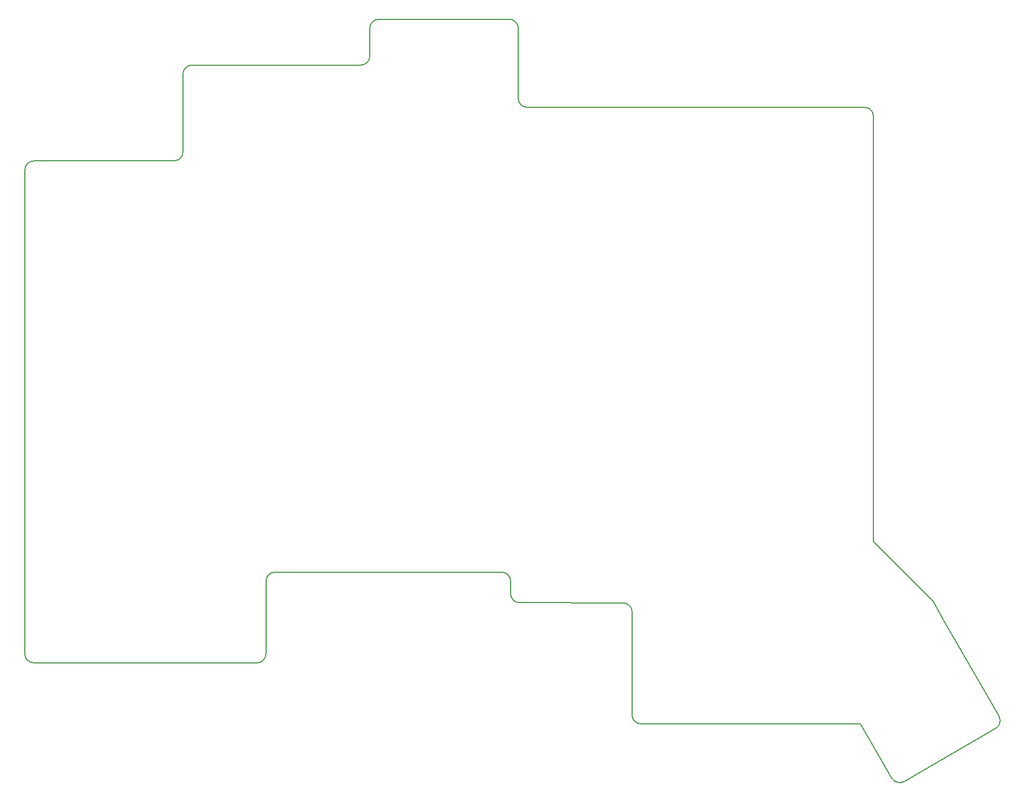
<source format=gm1>
G04 #@! TF.GenerationSoftware,KiCad,Pcbnew,(5.1.2)-2*
G04 #@! TF.CreationDate,2019-06-19T23:20:39-05:00*
G04 #@! TF.ProjectId,BlastersRev2,426c6173-7465-4727-9352-6576322e6b69,rev?*
G04 #@! TF.SameCoordinates,Original*
G04 #@! TF.FileFunction,Profile,NP*
%FSLAX46Y46*%
G04 Gerber Fmt 4.6, Leading zero omitted, Abs format (unit mm)*
G04 Created by KiCad (PCBNEW (5.1.2)-2) date 2019-06-19 23:20:39*
%MOMM*%
%LPD*%
G04 APERTURE LIST*
%ADD10C,0.150000*%
G04 APERTURE END LIST*
D10*
X136089997Y-66459997D02*
G75*
G02X134680000Y-65050000I0J1409997D01*
G01*
X133270000Y-52640003D02*
G75*
G02X134679997Y-54050000I0J-1409997D01*
G01*
X111390003Y-54050000D02*
G75*
G02X112800000Y-52640003I1409997J0D01*
G01*
X111389997Y-58430003D02*
G75*
G02X109980000Y-59840000I-1409997J0D01*
G01*
X82100003Y-61250000D02*
G75*
G02X83510000Y-59840003I1409997J0D01*
G01*
X82089997Y-73470000D02*
G75*
G02X80680000Y-74879997I-1409997J0D01*
G01*
X57290003Y-76290000D02*
G75*
G02X58700000Y-74880003I1409997J0D01*
G01*
X58699999Y-153669998D02*
G75*
G02X57290002Y-152259999I1J1409998D01*
G01*
X95109999Y-152260000D02*
G75*
G02X93700000Y-153669999I-1409999J0D01*
G01*
X95110000Y-140840000D02*
G75*
G02X96520000Y-139430000I1410000J0D01*
G01*
X132070000Y-139430000D02*
G75*
G02X133480000Y-140840000I0J-1410000D01*
G01*
X134890000Y-144230000D02*
G75*
G02X133480000Y-142820000I0J1410000D01*
G01*
X151120000Y-144240000D02*
G75*
G02X152530000Y-145650000I0J-1410000D01*
G01*
X153930000Y-163240000D02*
G75*
G02X152520000Y-161830000I0J1410000D01*
G01*
X195190000Y-172280000D02*
G75*
G02X193301504Y-171769137I-688496J1200864D01*
G01*
X210080863Y-162071506D02*
G75*
G02X209569999Y-163959999I-1200863J-688494D01*
G01*
X188980000Y-66460000D02*
G75*
G02X190390000Y-67870000I0J-1410000D01*
G01*
X57290003Y-76290000D02*
X57290002Y-152259999D01*
X152530000Y-145650000D02*
X152520000Y-161830000D01*
X134890000Y-144230000D02*
X151120000Y-144240000D01*
X133480000Y-140840000D02*
X133480000Y-142820000D01*
X132070000Y-139430000D02*
X96520000Y-139430000D01*
X95110000Y-140840000D02*
X95109999Y-152260000D01*
X58699999Y-153669998D02*
X93700000Y-153669999D01*
X193301504Y-171769137D02*
X188390000Y-163240000D01*
X153930000Y-163240000D02*
X188390000Y-163240000D01*
X209569999Y-163959999D02*
X195190000Y-172280000D01*
X201390000Y-147020000D02*
X210080863Y-162071506D01*
X199800000Y-144000000D02*
X201390000Y-147020000D01*
X190390000Y-134590000D02*
X199800000Y-144000000D01*
X190390000Y-67870000D02*
X190390000Y-134590000D01*
X136089997Y-66459997D02*
X188980000Y-66460000D01*
X134680000Y-65050000D02*
X134680000Y-54050000D01*
X111390000Y-58430000D02*
X111390003Y-54050000D01*
X133270000Y-52640003D02*
X112800000Y-52640003D01*
X109980000Y-59840000D02*
X83510000Y-59840000D01*
X80680000Y-74880000D02*
X58700000Y-74880003D01*
X82090000Y-73470000D02*
X82100000Y-61250000D01*
M02*

</source>
